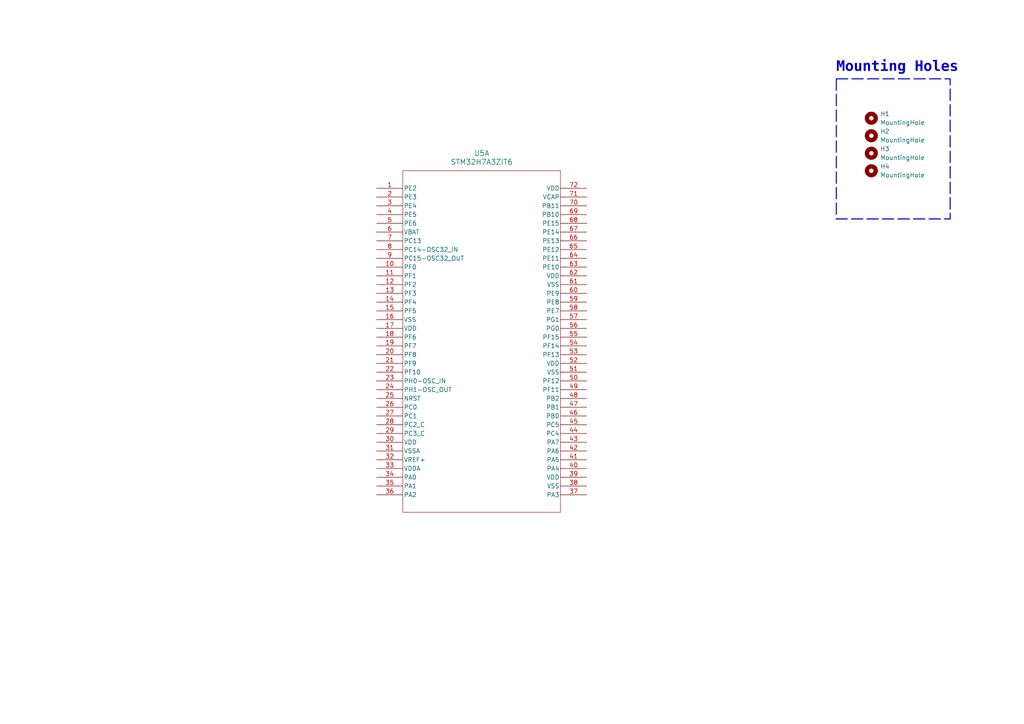
<source format=kicad_sch>
(kicad_sch (version 20231120) (generator "eeschema") (generator_version "8.0")
  (paper "A4")
  (lib_symbols
    (symbol "Mechanical:MountingHole" (pin_names (offset 1.016)) (exclude_from_sim yes) (in_bom no)
      (property "Reference" "H" (at 0 5.08 0))
      (property "Value" "MountingHole" (at 0 3.175 0))
      (symbol "MountingHole_0_1"
        (circle (center 0 0) (radius 1.27) (stroke (width 1.27)))
      )
    )
    (symbol "SRAD_AVIONICS:STM32H7A3ZIT6" (pin_names (offset 0.254))
      (property "Reference" "U" (at 30.48 10.16 0))
      (property "Value" "STM32H7A3ZIT6" (at 30.48 7.62 0))
      (symbol "STM32H7A3ZIT6_1_1"
        (polyline (pts (xy 7.62 -93.98) (xy 53.34 -93.98)) (stroke (width 0.127)))
        (polyline (pts (xy 7.62 5.08) (xy 7.62 -93.98)) (stroke (width 0.127)))
        (polyline (pts (xy 53.34 -93.98) (xy 53.34 5.08)) (stroke (width 0.127)))
        (polyline (pts (xy 53.34 5.08) (xy 7.62 5.08)) (stroke (width 0.127)))
        (pin bidirectional line (at 0 0 0) (length 7.62) (name "PE2") (number "1"))
        (pin bidirectional line (at 0 -22.86 0) (length 7.62) (name "PF0") (number "10"))
        (pin bidirectional line (at 0 -25.4 0) (length 7.62) (name "PF1") (number "11"))
        (pin bidirectional line (at 0 -27.94 0) (length 7.62) (name "PF2") (number "12"))
        (pin bidirectional line (at 0 -30.48 0) (length 7.62) (name "PF3") (number "13"))
        (pin bidirectional line (at 0 -33.02 0) (length 7.62) (name "PF4") (number "14"))
        (pin bidirectional line (at 0 -35.56 0) (length 7.62) (name "PF5") (number "15"))
        (pin power_out line (at 0 -38.1 0) (length 7.62) (name "VSS") (number "16"))
        (pin power_in line (at 0 -40.64 0) (length 7.62) (name "VDD") (number "17"))
        (pin bidirectional line (at 0 -43.18 0) (length 7.62) (name "PF6") (number "18"))
        (pin bidirectional line (at 0 -45.72 0) (length 7.62) (name "PF7") (number "19"))
        (pin bidirectional line (at 0 -2.54 0) (length 7.62) (name "PE3") (number "2"))
        (pin bidirectional line (at 0 -48.26 0) (length 7.62) (name "PF8") (number "20"))
        (pin bidirectional line (at 0 -50.8 0) (length 7.62) (name "PF9") (number "21"))
        (pin bidirectional line (at 0 -53.34 0) (length 7.62) (name "PF10") (number "22"))
        (pin bidirectional line (at 0 -55.88 0) (length 7.62) (name "PH0-OSC_IN") (number "23"))
        (pin output line (at 0 -58.42 0) (length 7.62) (name "PH1-OSC_OUT") (number "24"))
        (pin unspecified line (at 0 -60.96 0) (length 7.62) (name "NRST") (number "25"))
        (pin bidirectional line (at 0 -63.5 0) (length 7.62) (name "PC0") (number "26"))
        (pin bidirectional line (at 0 -66.04 0) (length 7.62) (name "PC1") (number "27"))
        (pin bidirectional line (at 0 -68.58 0) (length 7.62) (name "PC2_C") (number "28"))
        (pin bidirectional line (at 0 -71.12 0) (length 7.62) (name "PC3_C") (number "29"))
        (pin bidirectional line (at 0 -5.08 0) (length 7.62) (name "PE4") (number "3"))
        (pin power_in line (at 0 -73.66 0) (length 7.62) (name "VDD") (number "30"))
        (pin power_out line (at 0 -76.2 0) (length 7.62) (name "VSSA") (number "31"))
        (pin power_in line (at 0 -78.74 0) (length 7.62) (name "VREF+") (number "32"))
        (pin power_in line (at 0 -81.28 0) (length 7.62) (name "VDDA") (number "33"))
        (pin bidirectional line (at 0 -83.82 0) (length 7.62) (name "PA0") (number "34"))
        (pin bidirectional line (at 0 -86.36 0) (length 7.62) (name "PA1") (number "35"))
        (pin bidirectional line (at 0 -88.9 0) (length 7.62) (name "PA2") (number "36"))
        (pin bidirectional line (at 60.96 -88.9 180) (length 7.62) (name "PA3") (number "37"))
        (pin power_out line (at 60.96 -86.36 180) (length 7.62) (name "VSS") (number "38"))
        (pin power_in line (at 60.96 -83.82 180) (length 7.62) (name "VDD") (number "39"))
        (pin bidirectional line (at 0 -7.62 0) (length 7.62) (name "PE5") (number "4"))
        (pin bidirectional line (at 60.96 -81.28 180) (length 7.62) (name "PA4") (number "40"))
        (pin bidirectional line (at 60.96 -78.74 180) (length 7.62) (name "PA5") (number "41"))
        (pin bidirectional line (at 60.96 -76.2 180) (length 7.62) (name "PA6") (number "42"))
        (pin bidirectional line (at 60.96 -73.66 180) (length 7.62) (name "PA7") (number "43"))
        (pin bidirectional line (at 60.96 -71.12 180) (length 7.62) (name "PC4") (number "44"))
        (pin bidirectional line (at 60.96 -68.58 180) (length 7.62) (name "PC5") (number "45"))
        (pin bidirectional line (at 60.96 -66.04 180) (length 7.62) (name "PB0") (number "46"))
        (pin bidirectional line (at 60.96 -63.5 180) (length 7.62) (name "PB1") (number "47"))
        (pin bidirectional line (at 60.96 -60.96 180) (length 7.62) (name "PB2") (number "48"))
        (pin bidirectional line (at 60.96 -58.42 180) (length 7.62) (name "PF11") (number "49"))
        (pin bidirectional line (at 0 -10.16 0) (length 7.62) (name "PE6") (number "5"))
        (pin bidirectional line (at 60.96 -55.88 180) (length 7.62) (name "PF12") (number "50"))
        (pin power_out line (at 60.96 -53.34 180) (length 7.62) (name "VSS") (number "51"))
        (pin power_in line (at 60.96 -50.8 180) (length 7.62) (name "VDD") (number "52"))
        (pin bidirectional line (at 60.96 -48.26 180) (length 7.62) (name "PF13") (number "53"))
        (pin bidirectional line (at 60.96 -45.72 180) (length 7.62) (name "PF14") (number "54"))
        (pin bidirectional line (at 60.96 -43.18 180) (length 7.62) (name "PF15") (number "55"))
        (pin bidirectional line (at 60.96 -40.64 180) (length 7.62) (name "PG0") (number "56"))
        (pin bidirectional line (at 60.96 -38.1 180) (length 7.62) (name "PG1") (number "57"))
        (pin bidirectional line (at 60.96 -35.56 180) (length 7.62) (name "PE7") (number "58"))
        (pin bidirectional line (at 60.96 -33.02 180) (length 7.62) (name "PE8") (number "59"))
        (pin unspecified line (at 0 -12.7 0) (length 7.62) (name "VBAT") (number "6"))
        (pin bidirectional line (at 60.96 -30.48 180) (length 7.62) (name "PE9") (number "60"))
        (pin power_out line (at 60.96 -27.94 180) (length 7.62) (name "VSS") (number "61"))
        (pin power_in line (at 60.96 -25.4 180) (length 7.62) (name "VDD") (number "62"))
        (pin bidirectional line (at 60.96 -22.86 180) (length 7.62) (name "PE10") (number "63"))
        (pin bidirectional line (at 60.96 -20.32 180) (length 7.62) (name "PE11") (number "64"))
        (pin bidirectional line (at 60.96 -17.78 180) (length 7.62) (name "PE12") (number "65"))
        (pin bidirectional line (at 60.96 -15.24 180) (length 7.62) (name "PE13") (number "66"))
        (pin bidirectional line (at 60.96 -12.7 180) (length 7.62) (name "PE14") (number "67"))
        (pin bidirectional line (at 60.96 -10.16 180) (length 7.62) (name "PE15") (number "68"))
        (pin bidirectional line (at 60.96 -7.62 180) (length 7.62) (name "PB10") (number "69"))
        (pin bidirectional line (at 0 -15.24 0) (length 7.62) (name "PC13") (number "7"))
        (pin bidirectional line (at 60.96 -5.08 180) (length 7.62) (name "PB11") (number "70"))
        (pin unspecified line (at 60.96 -2.54 180) (length 7.62) (name "VCAP") (number "71"))
        (pin power_in line (at 60.96 0 180) (length 7.62) (name "VDD") (number "72"))
        (pin bidirectional line (at 0 -17.78 0) (length 7.62) (name "PC14-OSC32_IN") (number "8"))
        (pin output line (at 0 -20.32 0) (length 7.62) (name "PC15-OSC32_OUT") (number "9"))
      )
      (symbol "STM32H7A3ZIT6_2_1"
        (polyline (pts (xy 7.62 -93.98) (xy 43.18 -93.98)) (stroke (width 0.127)))
        (polyline (pts (xy 7.62 5.08) (xy 7.62 -93.98)) (stroke (width 0.127)))
        (polyline (pts (xy 43.18 -93.98) (xy 43.18 5.08)) (stroke (width 0.127)))
        (polyline (pts (xy 43.18 5.08) (xy 7.62 5.08)) (stroke (width 0.127)))
        (pin bidirectional line (at 0 -68.58 0) (length 7.62) (name "PA8") (number "100"))
        (pin bidirectional line (at 0 -71.12 0) (length 7.62) (name "PA9") (number "101"))
        (pin bidirectional line (at 0 -73.66 0) (length 7.62) (name "PA10") (number "102"))
        (pin bidirectional line (at 0 -76.2 0) (length 7.62) (name "PA11") (number "103"))
        (pin bidirectional line (at 0 -78.74 0) (length 7.62) (name "PA12") (number "104"))
        (pin bidirectional line (at 0 -81.28 0) (length 7.62) (name "PA13") (number "105"))
        (pin unspecified line (at 0 -83.82 0) (length 7.62) (name "VCAP") (number "106"))
        (pin power_out line (at 0 -86.36 0) (length 7.62) (name "VSS") (number "107"))
        (pin power_in line (at 0 -88.9 0) (length 7.62) (name "VDD") (number "108"))
        (pin bidirectional line (at 50.8 -88.9 180) (length 7.62) (name "PA14") (number "109"))
        (pin bidirectional line (at 50.8 -86.36 180) (length 7.62) (name "PA15") (number "110"))
        (pin bidirectional line (at 50.8 -83.82 180) (length 7.62) (name "PC10") (number "111"))
        (pin bidirectional line (at 50.8 -81.28 180) (length 7.62) (name "PC11") (number "112"))
        (pin bidirectional line (at 50.8 -78.74 180) (length 7.62) (name "PC12") (number "113"))
        (pin bidirectional line (at 50.8 -76.2 180) (length 7.62) (name "PD0") (number "114"))
        (pin bidirectional line (at 50.8 -73.66 180) (length 7.62) (name "PD1") (number "115"))
        (pin bidirectional line (at 50.8 -71.12 180) (length 7.62) (name "PD2") (number "116"))
        (pin bidirectional line (at 50.8 -68.58 180) (length 7.62) (name "PD3") (number "117"))
        (pin bidirectional line (at 50.8 -66.04 180) (length 7.62) (name "PD4") (number "118"))
        (pin bidirectional line (at 50.8 -63.5 180) (length 7.62) (name "PD5") (number "119"))
        (pin power_out line (at 50.8 -60.96 180) (length 7.62) (name "VSS") (number "120"))
        (pin power_in line (at 50.8 -58.42 180) (length 7.62) (name "VDDMMC") (number "121"))
        (pin bidirectional line (at 50.8 -55.88 180) (length 7.62) (name "PD6") (number "122"))
        (pin bidirectional line (at 50.8 -53.34 180) (length 7.62) (name "PD7") (number "123"))
        (pin bidirectional line (at 50.8 -50.8 180) (length 7.62) (name "PG9") (number "124"))
        (pin bidirectional line (at 50.8 -48.26 180) (length 7.62) (name "PG10") (number "125"))
        (pin bidirectional line (at 50.8 -45.72 180) (length 7.62) (name "PG11") (number "126"))
        (pin bidirectional line (at 50.8 -43.18 180) (length 7.62) (name "PG12") (number "127"))
        (pin bidirectional line (at 50.8 -40.64 180) (length 7.62) (name "PG13") (number "128"))
        (pin bidirectional line (at 50.8 -38.1 180) (length 7.62) (name "PG14") (number "129"))
        (pin power_out line (at 50.8 -35.56 180) (length 7.62) (name "VSS") (number "130"))
        (pin power_in line (at 50.8 -33.02 180) (length 7.62) (name "VDD") (number "131"))
        (pin bidirectional line (at 50.8 -30.48 180) (length 7.62) (name "PG15") (number "132"))
        (pin bidirectional line (at 50.8 -27.94 180) (length 7.62) (name "PB3") (number "133"))
        (pin bidirectional line (at 50.8 -25.4 180) (length 7.62) (name "PB4") (number "134"))
        (pin bidirectional line (at 50.8 -22.86 180) (length 7.62) (name "PB5") (number "135"))
        (pin bidirectional line (at 50.8 -20.32 180) (length 7.62) (name "PB6") (number "136"))
        (pin bidirectional line (at 50.8 -17.78 180) (length 7.62) (name "PB7") (number "137"))
        (pin unspecified line (at 50.8 -15.24 180) (length 7.62) (name "BOOT0") (number "138"))
        (pin bidirectional line (at 50.8 -12.7 180) (length 7.62) (name "PB8") (number "139"))
        (pin bidirectional line (at 50.8 -10.16 180) (length 7.62) (name "PB9") (number "140"))
        (pin bidirectional line (at 50.8 -7.62 180) (length 7.62) (name "PE0") (number "141"))
        (pin bidirectional line (at 50.8 -5.08 180) (length 7.62) (name "PE1") (number "142"))
        (pin unspecified line (at 50.8 -2.54 180) (length 7.62) (name "PDR_ON") (number "143"))
        (pin power_in line (at 50.8 0 180) (length 7.62) (name "VDD") (number "144"))
        (pin bidirectional line (at 0 0 0) (length 7.62) (name "PB12") (number "73"))
        (pin bidirectional line (at 0 -2.54 0) (length 7.62) (name "PB13") (number "74"))
        (pin bidirectional line (at 0 -5.08 0) (length 7.62) (name "PB14") (number "75"))
        (pin bidirectional line (at 0 -7.62 0) (length 7.62) (name "PB15") (number "76"))
        (pin bidirectional line (at 0 -10.16 0) (length 7.62) (name "PD8") (number "77"))
        (pin bidirectional line (at 0 -12.7 0) (length 7.62) (name "PD9") (number "78"))
        (pin bidirectional line (at 0 -15.24 0) (length 7.62) (name "PD10") (number "79"))
        (pin bidirectional line (at 0 -17.78 0) (length 7.62) (name "PD11") (number "80"))
        (pin bidirectional line (at 0 -20.32 0) (length 7.62) (name "PD12") (number "81"))
        (pin bidirectional line (at 0 -22.86 0) (length 7.62) (name "PD13") (number "82"))
        (pin power_out line (at 0 -25.4 0) (length 7.62) (name "VSS") (number "83"))
        (pin power_in line (at 0 -27.94 0) (length 7.62) (name "VDD") (number "84"))
        (pin bidirectional line (at 0 -30.48 0) (length 7.62) (name "PD14") (number "85"))
        (pin bidirectional line (at 0 -33.02 0) (length 7.62) (name "PD15") (number "86"))
        (pin bidirectional line (at 0 -35.56 0) (length 7.62) (name "PG2") (number "87"))
        (pin bidirectional line (at 0 -38.1 0) (length 7.62) (name "PG3") (number "88"))
        (pin bidirectional line (at 0 -40.64 0) (length 7.62) (name "PG4") (number "89"))
        (pin bidirectional line (at 0 -43.18 0) (length 7.62) (name "PG5") (number "90"))
        (pin bidirectional line (at 0 -45.72 0) (length 7.62) (name "PG6") (number "91"))
        (pin bidirectional line (at 0 -48.26 0) (length 7.62) (name "PG7") (number "92"))
        (pin bidirectional line (at 0 -50.8 0) (length 7.62) (name "PG8") (number "93"))
        (pin power_out line (at 0 -53.34 0) (length 7.62) (name "VSS") (number "94"))
        (pin power_in line (at 0 -55.88 0) (length 7.62) (name "VDD33USB") (number "95"))
        (pin bidirectional line (at 0 -58.42 0) (length 7.62) (name "PC6") (number "96"))
        (pin bidirectional line (at 0 -60.96 0) (length 7.62) (name "PC7") (number "97"))
        (pin bidirectional line (at 0 -63.5 0) (length 7.62) (name "PC8") (number "98"))
        (pin bidirectional line (at 0 -66.04 0) (length 7.62) (name "PC9") (number "99"))
      )
    )
  )
  (rectangle (start 242.57 22.86) (end 275.59 63.5) (stroke (width 0.3) (type dash)))
  (rectangle (start -201.93 8.89) (end -48.26 107.95) (stroke (width 0.3) (type dash)))
  (text "Mounting Holes" (at 242.57 20.32 0) (effects (font (size 3 3) (thickness 1) (bold yes)) (justify left)))
  (text "SENSORS" (at -132.842 3.302 0) (effects (font (size 3 3) (thickness 1) (bold yes)) (justify left)))
  (symbol (lib_id "Mechanical:MountingHole") (at 252.73 39.37 0) (unit 1) (exclude_from_sim yes) (in_bom no)
    (property "Reference" "H2" (at 255.27 38.0999 0) (effects (justify left)))
    (property "Value" "MountingHole" (at 255.27 40.6399 0) (effects (justify left)))
    (property "Footprint" "MountingHole:MountingHole_3.2mm_M3" (effects (hide yes)))
    (property "Description" "Mounting Hole without connection" (effects (hide yes)))
  )
  (symbol (lib_id "Mechanical:MountingHole") (at 252.73 44.45 0) (unit 1) (exclude_from_sim yes) (in_bom no)
    (property "Reference" "H3" (at 255.27 43.1799 0) (effects (justify left)))
    (property "Value" "MountingHole" (at 255.27 45.7199 0) (effects (justify left)))
    (property "Footprint" "MountingHole:MountingHole_3.2mm_M3" (effects (hide yes)))
    (property "Description" "Mounting Hole without connection" (effects (hide yes)))
  )
  (symbol (lib_id "Mechanical:MountingHole") (at 252.73 34.29 0) (unit 1) (exclude_from_sim yes) (in_bom no)
    (property "Reference" "H1" (at 255.27 33.0199 0) (effects (justify left)))
    (property "Value" "MountingHole" (at 255.27 35.5599 0) (effects (justify left)))
    (property "Footprint" "MountingHole:MountingHole_3.2mm_M3" (effects (hide yes)))
    (property "Description" "Mounting Hole without connection" (effects (hide yes)))
  )
  (symbol (lib_id "Mechanical:MountingHole") (at 252.73 49.53 0) (unit 1) (exclude_from_sim yes) (in_bom no)
    (property "Reference" "H4" (at 255.27 48.2599 0) (effects (justify left)))
    (property "Value" "MountingHole" (at 255.27 50.7999 0) (effects (justify left)))
    (property "Footprint" "MountingHole:MountingHole_3.2mm_M3" (effects (hide yes)))
    (property "Description" "Mounting Hole without connection" (effects (hide yes)))
  )
  (symbol (lib_id "SRAD_AVIONICS:STM32H7A3ZIT6") (at 109.22 54.61 0) (unit 1)
    (property "Reference" "U5" (at 139.7 44.45 0) (effects (font (size 1.524 1.524))))
    (property "Value" "STM32H7A3ZIT6" (at 139.7 46.99 0) (effects (font (size 1.524 1.524))))
    (property "Footprint" "LQFP-144" (effects (hide yes)))
    (property "Datasheet" "STM32H7A3ZIT6" (effects (hide yes)))
  )
  (sheet (at -99.06 62.23) (size 44.45 39.37) (stroke (width 0.1524))
    (property "Sheetname" "Magnometer" (at -99.06 61.5184 0) (effects (justify left bottom)))
    (property "Sheetfile" "Magnometer.kicad_sch" (at -99.06 102.1846 0) (effects (justify left top)))
  )
  (sheet (at -99.06 15.24) (size 44.45 39.37) (stroke (width 0.1524))
    (property "Sheetname" "GPS" (at -99.06 14.5284 0) (effects (justify left bottom)))
    (property "Sheetfile" "GPS.kicad_sch" (at -99.06 55.1946 0) (effects (justify left top)))
  )
  (sheet (at -147.32 62.23) (size 44.45 39.37) (stroke (width 0.1524))
    (property "Sheetname" "Barometer" (at -147.32 61.5184 0) (effects (justify left bottom)))
    (property "Sheetfile" "Barometer.kicad_sch" (at -147.32 102.1846 0) (effects (justify left top)))
  )
  (sheet (at -147.32 15.24) (size 44.45 39.37) (stroke (width 0.1524))
    (property "Sheetname" "IMU" (at -147.32 14.5284 0) (effects (justify left bottom)))
    (property "Sheetfile" "IMU.kicad_sch" (at -147.32 55.1946 0) (effects (justify left top)))
  )
  (sheet (at -196.85 62.23) (size 44.45 39.37) (stroke (width 0.1524))
    (property "Sheetname" "BT" (at -196.85 61.5184 0) (effects (justify left bottom)))
    (property "Sheetfile" "BT.kicad_sch" (at -196.85 102.1846 0) (effects (justify left top)))
  )
  (sheet (at -196.85 15.24) (size 44.45 39.37) (stroke (width 0.1524))
    (property "Sheetname" "USB_C" (at -196.85 14.5284 0) (effects (justify left bottom)))
    (property "Sheetfile" "USB_C.kicad_sch" (at -196.85 55.1946 0) (effects (justify left top)))
  )
)
</source>
